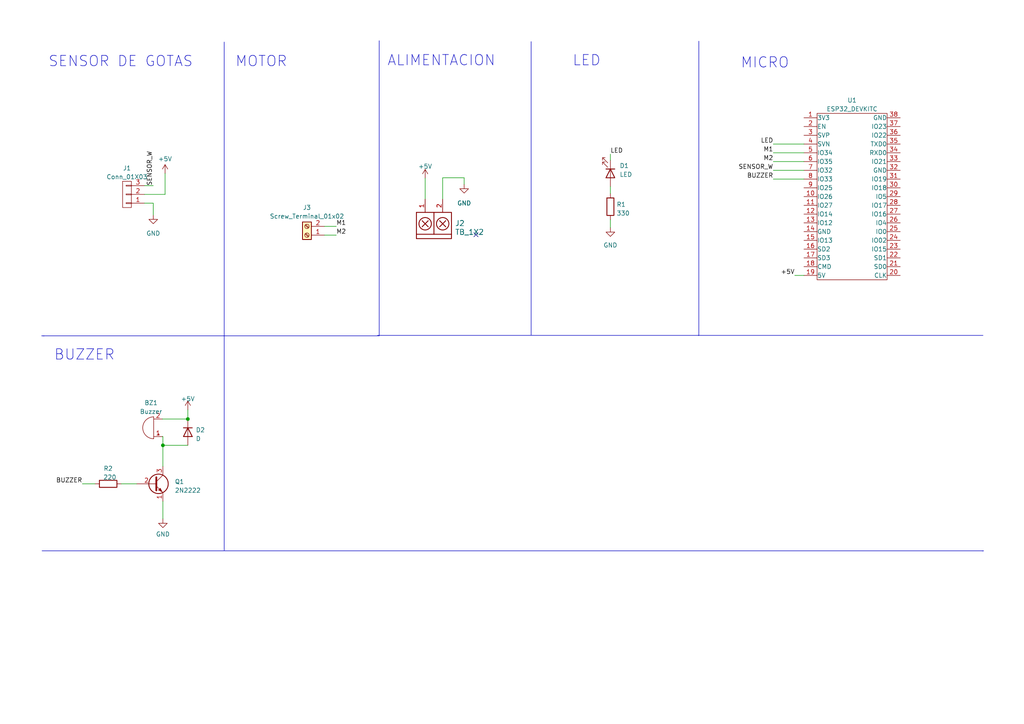
<source format=kicad_sch>
(kicad_sch (version 20230121) (generator eeschema)
  (paper "A4")
  (lib_symbols
    (symbol "Connector:Screw_Terminal_01x02" (pin_names (offset 1.016) hide)
      (property "Reference" "J" (at 0 2.54 0))
      (property "Value" "Screw_Terminal_01x02" (at 0 -5.08 0))
      (symbol "Screw_Terminal_01x02_1_1"
        (rectangle (start -1.27 1.27) (end 1.27 -3.81) (stroke (width 0.254)) (fill (type background)))
        (circle (center 0 -2.54) (radius 0.635) (stroke (width 0.1524)))
        (polyline (pts (xy -0.5334 -2.2098) (xy 0.3302 -3.048)) (stroke (width 0.1524)))
        (polyline (pts (xy -0.5334 0.3302) (xy 0.3302 -0.508)) (stroke (width 0.1524)))
        (polyline (pts (xy -0.3556 -2.032) (xy 0.508 -2.8702)) (stroke (width 0.1524)))
        (polyline (pts (xy -0.3556 0.508) (xy 0.508 -0.3302)) (stroke (width 0.1524)))
        (circle (center 0 0) (radius 0.635) (stroke (width 0.1524)))
        (pin passive line (at -5.08 0 0) (length 3.81) (name "Pin_1") (number "1"))
        (pin passive line (at -5.08 -2.54 0) (length 3.81) (name "Pin_2") (number "2"))
      )
    )
    (symbol "Device:Buzzer" (pin_names (offset 0.0254) hide)
      (property "Reference" "BZ" (at 3.81 1.27 0))
      (property "Value" "Buzzer" (at 3.81 -1.27 0))
      (symbol "Buzzer_0_1"
        (arc (start 0 -3.175) (mid 3.1612 0) (end 0 3.175))
        (polyline (pts (xy -1.651 1.905) (xy -1.143 1.905)))
        (polyline (pts (xy -1.397 2.159) (xy -1.397 1.651)))
        (polyline (pts (xy 0 3.175) (xy 0 -3.175)))
      )
      (symbol "Buzzer_1_1"
        (pin passive line (at -2.54 2.54 0) (length 2.54) (name "-") (number "1"))
        (pin passive line (at -2.54 -2.54 0) (length 2.54) (name "+") (number "2"))
      )
    )
    (symbol "Device:D" (pin_numbers hide) (pin_names (offset 1.016) hide)
      (property "Reference" "D" (at 0 2.54 0))
      (property "Value" "D" (at 0 -2.54 0))
      (symbol "D_0_1"
        (polyline (pts (xy -1.27 1.27) (xy -1.27 -1.27)) (stroke (width 0.254)))
        (polyline (pts (xy 1.27 0) (xy -1.27 0)))
        (polyline (pts (xy 1.27 1.27) (xy 1.27 -1.27) (xy -1.27 0) (xy 1.27 1.27)) (stroke (width 0.254)))
      )
      (symbol "D_1_1"
        (pin passive line (at -3.81 0 0) (length 2.54) (name "K") (number "1"))
        (pin passive line (at 3.81 0 180) (length 2.54) (name "A") (number "2"))
      )
    )
    (symbol "Device:LED" (pin_numbers hide) (pin_names (offset 1.016) hide)
      (property "Reference" "D" (at 0 2.54 0))
      (property "Value" "LED" (at 0 -2.54 0))
      (symbol "LED_0_1"
        (polyline (pts (xy -1.27 -1.27) (xy -1.27 1.27)) (stroke (width 0.254)))
        (polyline (pts (xy -1.27 0) (xy 1.27 0)))
        (polyline (pts (xy 1.27 -1.27) (xy 1.27 1.27) (xy -1.27 0) (xy 1.27 -1.27)) (stroke (width 0.254)))
        (polyline (pts (xy -3.048 -0.762) (xy -4.572 -2.286) (xy -3.81 -2.286) (xy -4.572 -2.286) (xy -4.572 -1.524)))
        (polyline (pts (xy -1.778 -0.762) (xy -3.302 -2.286) (xy -2.54 -2.286) (xy -3.302 -2.286) (xy -3.302 -1.524)))
      )
      (symbol "LED_1_1"
        (pin passive line (at -3.81 0 0) (length 2.54) (name "K") (number "1"))
        (pin passive line (at 3.81 0 180) (length 2.54) (name "A") (number "2"))
      )
    )
    (symbol "Device:R" (pin_numbers hide) (pin_names (offset 0))
      (property "Reference" "R" (at 2.032 0 90))
      (property "Value" "R" (at 0 0 90))
      (symbol "R_0_1"
        (rectangle (start -1.016 -2.54) (end 1.016 2.54) (stroke (width 0.254)))
      )
      (symbol "R_1_1"
        (pin passive line (at 0 3.81 270) (length 1.27) (name "~") (number "1"))
        (pin passive line (at 0 -3.81 90) (length 1.27) (name "~") (number "2"))
      )
    )
    (symbol "EESTN5:Conn_01X03" (pin_names (offset 1.016) hide)
      (property "Reference" "J" (at 0 5.08 0))
      (property "Value" "Conn_01X03" (at 0 -5.08 0))
      (symbol "Conn_01X03_0_1"
        (rectangle (start -1.27 -2.413) (end 0.254 -2.667))
        (rectangle (start -1.27 0.127) (end 0.254 -0.127))
        (rectangle (start -1.27 2.667) (end 0.254 2.413))
        (rectangle (start -1.27 3.81) (end 1.27 -3.81))
      )
      (symbol "Conn_01X03_1_1"
        (pin passive line (at -5.08 2.54 0) (length 3.81) (name "P1") (number "1"))
        (pin passive line (at -5.08 0 0) (length 3.81) (name "P2") (number "2"))
        (pin passive line (at -5.08 -2.54 0) (length 3.81) (name "P3") (number "3"))
      )
    )
    (symbol "EESTN5:ESP32_DEVKITC" (pin_names (offset 0.0254))
      (property "Reference" "U" (at 0 25.4 0))
      (property "Value" "ESP32_DEVKITC" (at 0 -25.4 0))
      (symbol "ESP32_DEVKITC_0_1"
        (rectangle (start -10.16 24.13) (end 10.16 -24.13))
      )
      (symbol "ESP32_DEVKITC_1_1"
        (pin passive line (at -13.97 22.86 0) (length 3.81) (name "3V3") (number "1"))
        (pin passive line (at -13.97 0 0) (length 3.81) (name "IO26") (number "10"))
        (pin passive line (at -13.97 -2.54 0) (length 3.81) (name "IO27") (number "11"))
        (pin passive line (at -13.97 -5.08 0) (length 3.81) (name "IO14") (number "12"))
        (pin passive line (at -13.97 -7.62 0) (length 3.81) (name "IO12") (number "13"))
        (pin passive line (at -13.97 -10.16 0) (length 3.81) (name "GND") (number "14"))
        (pin passive line (at -13.97 -12.7 0) (length 3.81) (name "IO13") (number "15"))
        (pin passive line (at -13.97 -15.24 0) (length 3.81) (name "SD2") (number "16"))
        (pin passive line (at -13.97 -17.78 0) (length 3.81) (name "SD3") (number "17"))
        (pin passive line (at -13.97 -20.32 0) (length 3.81) (name "CMD") (number "18"))
        (pin passive line (at -13.97 -22.86 0) (length 3.81) (name "5V") (number "19"))
        (pin passive line (at -13.97 20.32 0) (length 3.81) (name "EN") (number "2"))
        (pin passive line (at 13.97 -22.86 180) (length 3.81) (name "CLK") (number "20"))
        (pin passive line (at 13.97 -20.32 180) (length 3.81) (name "SD0") (number "21"))
        (pin passive line (at 13.97 -17.78 180) (length 3.81) (name "SD1") (number "22"))
        (pin passive line (at 13.97 -15.24 180) (length 3.81) (name "IO15") (number "23"))
        (pin passive line (at 13.97 -12.7 180) (length 3.81) (name "IO02") (number "24"))
        (pin passive line (at 13.97 -10.16 180) (length 3.81) (name "IO0") (number "25"))
        (pin passive line (at 13.97 -7.62 180) (length 3.81) (name "IO4") (number "26"))
        (pin passive line (at 13.97 -5.08 180) (length 3.81) (name "IO16") (number "27"))
        (pin passive line (at 13.97 -2.54 180) (length 3.81) (name "IO17") (number "28"))
        (pin passive line (at 13.97 0 180) (length 3.81) (name "IO5") (number "29"))
        (pin passive line (at -13.97 17.78 0) (length 3.81) (name "SVP") (number "3"))
        (pin passive line (at 13.97 2.54 180) (length 3.81) (name "IO18") (number "30"))
        (pin passive line (at 13.97 5.08 180) (length 3.81) (name "IO19") (number "31"))
        (pin passive line (at 13.97 7.62 180) (length 3.81) (name "GND") (number "32"))
        (pin passive line (at 13.97 10.16 180) (length 3.81) (name "IO21") (number "33"))
        (pin passive line (at 13.97 12.7 180) (length 3.81) (name "RXD0") (number "34"))
        (pin passive line (at 13.97 15.24 180) (length 3.81) (name "TXD0") (number "35"))
        (pin passive line (at 13.97 17.78 180) (length 3.81) (name "IO22") (number "36"))
        (pin passive line (at 13.97 20.32 180) (length 3.81) (name "IO23") (number "37"))
        (pin passive line (at 13.97 22.86 180) (length 3.81) (name "GND") (number "38"))
        (pin passive line (at -13.97 15.24 0) (length 3.81) (name "SVN") (number "4"))
        (pin passive line (at -13.97 12.7 0) (length 3.81) (name "IO34") (number "5"))
        (pin passive line (at -13.97 10.16 0) (length 3.81) (name "IO35") (number "6"))
        (pin passive line (at -13.97 7.62 0) (length 3.81) (name "IO32") (number "7"))
        (pin passive line (at -13.97 5.08 0) (length 3.81) (name "IO33") (number "8"))
        (pin passive line (at -13.97 2.54 0) (length 3.81) (name "IO25") (number "9"))
      )
    )
    (symbol "EESTN5:TB_1X2" (pin_names (offset 1.016))
      (property "Reference" "J" (at 0 7.62 0))
      (property "Value" "TB_1X2" (at 1.27 -7.62 0))
      (symbol "TB_1X2_0_1"
        (rectangle (start -2.54 5.08) (end 5.08 -5.08) (stroke (width 0.254)))
        (polyline (pts (xy -1.27 0) (xy 5.08 0)) (stroke (width 0.254)))
        (polyline (pts (xy -1.27 5.08) (xy -1.27 -5.08)) (stroke (width 0.254)))
        (polyline (pts (xy 0.889 -3.429) (xy 2.667 -1.651)) (stroke (width 0.254)))
        (polyline (pts (xy 0.889 -1.651) (xy 2.667 -3.429)) (stroke (width 0.254)))
        (polyline (pts (xy 0.889 1.651) (xy 2.667 3.429)) (stroke (width 0.254)))
        (polyline (pts (xy 0.889 3.429) (xy 2.667 1.651)) (stroke (width 0.254)))
        (circle (center 1.778 -2.54) (radius 1.8034) (stroke (width 0.254)))
        (circle (center 1.778 2.54) (radius 1.8034) (stroke (width 0.254)))
      )
      (symbol "TB_1X2_1_1"
        (pin input line (at 8.89 2.54 180) (length 3.81) (name "~") (number "1"))
        (pin input line (at 8.89 -2.54 180) (length 3.81) (name "~") (number "2"))
      )
    )
    (symbol "Transistor_BJT:2N2219" (pin_names (offset 0) hide)
      (property "Reference" "Q" (at 5.08 1.905 0))
      (property "Value" "2N2219" (at 5.08 0 0))
      (symbol "2N2219_0_1"
        (polyline (pts (xy 0.635 0.635) (xy 2.54 2.54)))
        (polyline (pts (xy 0.635 -0.635) (xy 2.54 -2.54) (xy 2.54 -2.54)))
        (polyline (pts (xy 0.635 1.905) (xy 0.635 -1.905) (xy 0.635 -1.905)) (stroke (width 0.508)))
        (polyline (pts (xy 1.27 -1.778) (xy 1.778 -1.27) (xy 2.286 -2.286) (xy 1.27 -1.778) (xy 1.27 -1.778)) (fill (type outline)))
        (circle (center 1.27 0) (radius 2.8194) (stroke (width 0.254)))
      )
      (symbol "2N2219_1_1"
        (pin passive line (at 2.54 -5.08 90) (length 2.54) (name "E") (number "1"))
        (pin passive line (at -5.08 0 0) (length 5.715) (name "B") (number "2"))
        (pin passive line (at 2.54 5.08 270) (length 2.54) (name "C") (number "3"))
      )
    )
    (symbol "power:+5V" (power) (pin_names (offset 0))
      (property "Value" "+5V" (at 0 3.556 0))
      (symbol "+5V_0_1"
        (polyline (pts (xy -0.762 1.27) (xy 0 2.54)))
        (polyline (pts (xy 0 0) (xy 0 2.54)))
        (polyline (pts (xy 0 2.54) (xy 0.762 1.27)))
      )
      (symbol "+5V_1_1"
        (pin power_in line (at 0 0 90) (length 0) hide (name "+5V") (number "1"))
      )
    )
    (symbol "power:GND" (power) (pin_names (offset 0))
      (property "Value" "GND" (at 0 -3.81 0))
      (symbol "GND_0_1"
        (polyline (pts (xy 0 0) (xy 0 -1.27) (xy 1.27 -1.27) (xy 0 -2.54) (xy -1.27 -1.27) (xy 0 -1.27)))
      )
      (symbol "GND_1_1"
        (pin power_in line (at 0 0 270) (length 0) hide (name "GND") (number "1"))
      )
    )
  )
  (junction (at 47.244 129.159))
  (junction (at 54.483 121.539))
  (no_connect (at 138.049 68.072))
  (polyline (pts (xy 65.024 12.192) (xy 65.024 97.409)))
  (wire (pts (xy 35.179 140.335) (xy 39.624 140.335)))
  (wire (pts (xy 134.62 53.467) (xy 134.62 51.562)))
  (wire (pts (xy 47.244 126.619) (xy 47.117 126.619)))
  (wire (pts (xy 47.244 129.159) (xy 47.244 126.619)))
  (wire (pts (xy 47.879 50.292) (xy 47.879 56.388)))
  (polyline (pts (xy 284.861 159.766) (xy 285.242 159.766)))
  (polyline (pts (xy 202.565 97.282) (xy 285.115 97.282)))
  (polyline (pts (xy 12.446 97.409) (xy 12.827 97.409)))
  (wire (pts (xy 94.107 68.199) (xy 97.536 68.199)))
  (wire (pts (xy 41.91 53.848) (xy 44.45 53.848)))
  (wire (pts (xy 134.62 51.562) (xy 128.397 51.562)))
  (wire (pts (xy 94.107 65.659) (xy 97.536 65.659)))
  (wire (pts (xy 41.91 56.388) (xy 47.879 56.388)))
  (wire (pts (xy 23.876 140.335) (xy 27.559 140.335)))
  (wire (pts (xy 47.244 145.415) (xy 47.244 150.495)))
  (wire (pts (xy 128.397 51.562) (xy 128.397 57.785)))
  (polyline (pts (xy 12.065 97.409) (xy 109.982 97.409)))
  (polyline (pts (xy 65.024 97.282) (xy 65.024 159.639)))
  (wire (pts (xy 224.282 51.943) (xy 233.172 51.943)))
  (polyline (pts (xy 154.051 12.065) (xy 154.051 97.155)))
  (wire (pts (xy 44.45 58.928) (xy 44.45 62.357)))
  (wire (pts (xy 47.244 129.159) (xy 54.483 129.159)))
  (wire (pts (xy 230.505 79.883) (xy 233.172 79.883)))
  (polyline (pts (xy 109.474 97.282) (xy 202.692 97.282)))
  (wire (pts (xy 224.282 41.783) (xy 233.172 41.783)))
  (polyline (pts (xy 202.692 11.938) (xy 202.692 97.282)))
  (wire (pts (xy 54.483 118.872) (xy 54.483 121.539)))
  (wire (pts (xy 177.038 54.102) (xy 177.038 56.134)))
  (wire (pts (xy 123.317 57.785) (xy 123.317 51.689)))
  (polyline (pts (xy 12.192 159.766) (xy 285.242 159.766)))
  (wire (pts (xy 41.91 58.928) (xy 44.45 58.928)))
  (wire (pts (xy 233.172 49.403) (xy 224.282 49.403)))
  (wire (pts (xy 224.282 46.863) (xy 233.172 46.863)))
  (wire (pts (xy 47.117 121.539) (xy 54.483 121.539)))
  (wire (pts (xy 224.282 44.323) (xy 233.172 44.323)))
  (wire (pts (xy 177.038 44.704) (xy 177.038 46.482)))
  (wire (pts (xy 47.244 129.159) (xy 47.244 135.255)))
  (polyline (pts (xy 109.982 11.811) (xy 109.982 97.409)))
  (wire (pts (xy 177.038 63.754) (xy 177.038 66.04)))
  (text "BUZZER\n" (at 15.621 104.775 0) (effects (font (size 3 3)) (justify left bottom)))
  (text "ALIMENTACION" (at 112.268 19.431 0) (effects (font (size 3 3)) (justify left bottom)))
  (text "SENSOR DE GOTAS" (at 13.97 19.685 0) (effects (font (size 3 3)) (justify left bottom)))
  (text "MICRO" (at 214.757 20.066 0) (effects (font (size 3 3)) (justify left bottom)))
  (text "MOTOR" (at 68.199 19.685 0) (effects (font (size 3 3)) (justify left bottom)))
  (text "LED" (at 165.989 19.431 0) (effects (font (size 3 3)) (justify left bottom)))
  (label "LED" (at 224.282 41.783 180))
  (label "SENSOR_W" (at 224.282 49.403 180))
  (label "M1" (at 224.282 44.323 180))
  (label "M2" (at 97.536 68.199 0))
  (label "BUZZER" (at 224.282 51.943 180))
  (label "BUZZER" (at 23.876 140.335 180))
  (label "SENSOR_W" (at 44.45 53.848 90))
  (label "M1" (at 97.536 65.659 0))
  (label "M2" (at 224.282 46.863 180))
  (label "LED" (at 177.038 44.704 0))
  (label "+5V" (at 230.505 79.883 180))
  (symbol (lib_id "Transistor_BJT:2N2219") (at 44.704 140.335 0) (unit 1)
    (property "Reference" "Q1" (at 50.673 139.7 0) (effects (justify left)))
    (property "Value" "2N2222" (at 50.673 142.24 0) (effects (justify left)))
    (property "Footprint" "EESTN5:to220" (effects hide))
    (property "Datasheet" "http://www.onsemi.com/pub_link/Collateral/2N2219-D.PDF" (effects hide))
  )
  (symbol (lib_id "power:GND") (at 47.244 150.495 0) (unit 1)
    (property "Reference" "#PWR02" (effects hide))
    (property "Value" "GND" (at 47.244 154.94 0))
  )
  (symbol (lib_id "power:+5V") (at 47.879 50.292 0) (unit 1)
    (property "Reference" "#PWR04" (effects hide))
    (property "Value" "+5V" (at 47.879 46.101 0))
  )
  (symbol (lib_id "power:+5V") (at 54.483 118.872 0) (unit 1)
    (property "Reference" "#PWR01" (effects hide))
    (property "Value" "+5V" (at 54.483 115.697 0))
  )
  (symbol (lib_id "EESTN5:Conn_01X03") (at 36.83 56.388 180) (unit 1)
    (property "Reference" "J1" (at 36.83 48.768 0))
    (property "Value" "Conn_01X03" (at 36.83 51.308 0))
    (property "Footprint" "Connector_JST:JST_EH_B3B-EH-A_1x03_P2.50mm_Vertical" (effects hide))
  )
  (symbol (lib_id "power:GND") (at 134.62 53.467 0) (unit 1)
    (property "Reference" "#PWR05" (effects hide))
    (property "Value" "GND" (at 134.62 58.928 0))
  )
  (symbol (lib_id "Device:R") (at 177.038 59.944 0) (unit 1)
    (property "Reference" "R1" (at 178.816 59.309 0) (effects (justify left)))
    (property "Value" "330" (at 178.816 61.849 0) (effects (justify left)))
    (property "Footprint" "EESTN5:RES0.3" (effects hide))
  )
  (symbol (lib_id "Device:Buzzer") (at 44.577 124.079 180) (unit 1)
    (property "Reference" "BZ1" (at 43.8219 116.84 0))
    (property "Value" "Buzzer" (at 43.8219 119.38 0))
    (property "Footprint" "EESTN5:Buzzer_12mm" (effects hide))
  )
  (symbol (lib_id "Connector:Screw_Terminal_01x02") (at 89.027 68.199 180) (unit 1)
    (property "Reference" "J3" (at 89.027 60.198 0))
    (property "Value" "Screw_Terminal_01x02" (at 89.027 62.738 0))
    (property "Footprint" "Connector_JST:JST_EH_B2B-EH-A_1x02_P2.50mm_Vertical" (effects hide))
  )
  (symbol (lib_id "EESTN5:ESP32_DEVKITC") (at 247.142 57.023 0) (unit 1)
    (property "Reference" "U1" (at 247.142 29.083 0))
    (property "Value" "ESP32_DEVKITC" (at 247.142 31.623 0))
    (property "Footprint" "EESTN5:ESP32_DEVKITC" (effects hide))
  )
  (symbol (lib_id "Device:R") (at 31.369 140.335 90) (unit 1)
    (property "Reference" "R2" (at 31.369 135.89 90))
    (property "Value" " 220" (at 31.369 138.43 90))
    (property "Footprint" "EESTN5:RES0.3" (effects hide))
  )
  (symbol (lib_id "EESTN5:TB_1X2") (at 125.857 66.675 90) (unit 1)
    (property "Reference" "J2" (at 131.953 64.77 90) (effects (font (size 1.524 1.524)) (justify right)))
    (property "Value" "TB_1X2" (at 131.953 67.31 90) (effects (font (size 1.524 1.524)) (justify right)))
    (property "Footprint" "EESTN5:BORNERA2_AZUL" (effects hide))
  )
  (symbol (lib_id "power:GND") (at 177.038 66.04 0) (unit 1)
    (property "Reference" "#PWR07" (effects hide))
    (property "Value" "GND" (at 177.038 71.12 0))
  )
  (symbol (lib_id "power:GND") (at 44.45 62.357 0) (unit 1)
    (property "Reference" "#PWR03" (effects hide))
    (property "Value" "GND" (at 44.45 67.691 0))
  )
  (symbol (lib_id "Device:D") (at 54.483 125.349 270) (unit 1)
    (property "Reference" "D2" (at 56.769 124.714 90) (effects (justify left)))
    (property "Value" "D" (at 56.769 127.254 90) (effects (justify left)))
    (property "Footprint" "Diode_THT:D_DO-15_P12.70mm_Horizontal" (effects hide))
    (property "Sim.Device" "D" (effects hide))
    (property "Sim.Pins" "1=K 2=A" (effects hide))
  )
  (symbol (lib_id "power:+5V") (at 123.317 51.689 0) (unit 1)
    (property "Reference" "#PWR06" (effects hide))
    (property "Value" "+5V" (at 123.317 48.26 0))
  )
  (symbol (lib_id "Device:LED") (at 177.038 50.292 270) (unit 1)
    (property "Reference" "D1" (at 179.705 48.0695 90) (effects (justify left)))
    (property "Value" "LED" (at 179.705 50.6095 90) (effects (justify left)))
    (property "Footprint" "EESTN5:led_5mm_green" (effects hide))
  )
)
</source>
